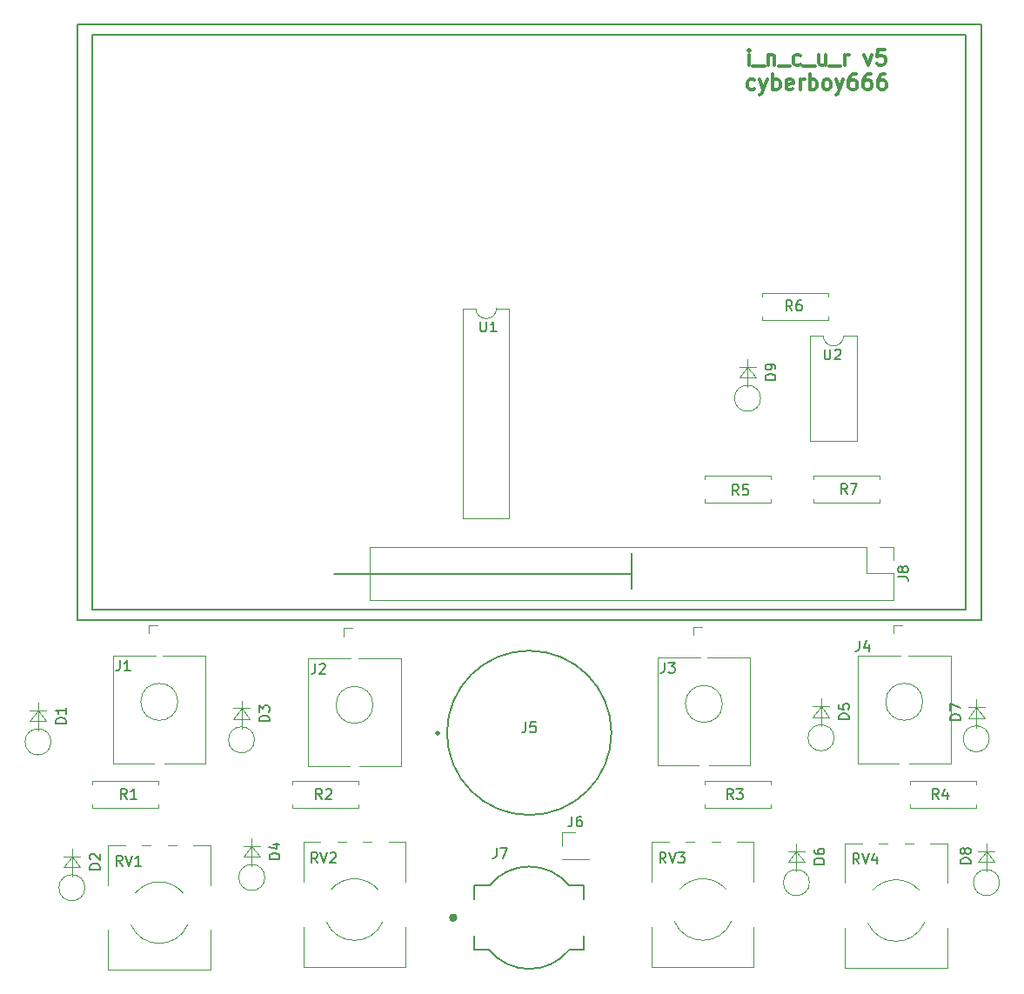
<source format=gbr>
G04 #@! TF.GenerationSoftware,KiCad,Pcbnew,6.0.7*
G04 #@! TF.CreationDate,2022-10-27T17:53:38+13:00*
G04 #@! TF.ProjectId,i_n_c_u_r,695f6e5f-635f-4755-9f72-2e6b69636164,rev?*
G04 #@! TF.SameCoordinates,Original*
G04 #@! TF.FileFunction,Legend,Top*
G04 #@! TF.FilePolarity,Positive*
%FSLAX46Y46*%
G04 Gerber Fmt 4.6, Leading zero omitted, Abs format (unit mm)*
G04 Created by KiCad (PCBNEW 6.0.7) date 2022-10-27 17:53:38*
%MOMM*%
%LPD*%
G01*
G04 APERTURE LIST*
%ADD10C,0.200000*%
%ADD11C,0.300000*%
%ADD12C,0.150000*%
%ADD13C,0.120000*%
%ADD14C,0.127000*%
%ADD15C,0.400000*%
G04 APERTURE END LIST*
D10*
X76000000Y-102000000D02*
X76000000Y-46000000D01*
X77500000Y-47000000D02*
X77500000Y-103000000D01*
X130000000Y-97500000D02*
X130000000Y-101000000D01*
X162500000Y-103000000D02*
X162500000Y-47000000D01*
X164000000Y-104000000D02*
X164000000Y-102000000D01*
X162500000Y-47000000D02*
X77500000Y-47000000D01*
X164000000Y-46000000D02*
X164000000Y-102000000D01*
X130000000Y-99500000D02*
X130000000Y-97500000D01*
X76000000Y-102000000D02*
X76000000Y-104000000D01*
X76000000Y-46000000D02*
X164000000Y-46000000D01*
X77500000Y-103000000D02*
X162500000Y-103000000D01*
X76000000Y-104000000D02*
X164000000Y-104000000D01*
X130000000Y-99500000D02*
X101000000Y-99500000D01*
D11*
X141392857Y-49971071D02*
X141392857Y-48971071D01*
X141392857Y-48471071D02*
X141321428Y-48542500D01*
X141392857Y-48613928D01*
X141464285Y-48542500D01*
X141392857Y-48471071D01*
X141392857Y-48613928D01*
X141750000Y-50113928D02*
X142892857Y-50113928D01*
X143250000Y-48971071D02*
X143250000Y-49971071D01*
X143250000Y-49113928D02*
X143321428Y-49042500D01*
X143464285Y-48971071D01*
X143678571Y-48971071D01*
X143821428Y-49042500D01*
X143892857Y-49185357D01*
X143892857Y-49971071D01*
X144250000Y-50113928D02*
X145392857Y-50113928D01*
X146392857Y-49899642D02*
X146250000Y-49971071D01*
X145964285Y-49971071D01*
X145821428Y-49899642D01*
X145750000Y-49828214D01*
X145678571Y-49685357D01*
X145678571Y-49256785D01*
X145750000Y-49113928D01*
X145821428Y-49042500D01*
X145964285Y-48971071D01*
X146250000Y-48971071D01*
X146392857Y-49042500D01*
X146678571Y-50113928D02*
X147821428Y-50113928D01*
X148821428Y-48971071D02*
X148821428Y-49971071D01*
X148178571Y-48971071D02*
X148178571Y-49756785D01*
X148250000Y-49899642D01*
X148392857Y-49971071D01*
X148607142Y-49971071D01*
X148750000Y-49899642D01*
X148821428Y-49828214D01*
X149178571Y-50113928D02*
X150321428Y-50113928D01*
X150678571Y-49971071D02*
X150678571Y-48971071D01*
X150678571Y-49256785D02*
X150750000Y-49113928D01*
X150821428Y-49042500D01*
X150964285Y-48971071D01*
X151107142Y-48971071D01*
X152607142Y-48971071D02*
X152964285Y-49971071D01*
X153321428Y-48971071D01*
X154607142Y-48471071D02*
X153892857Y-48471071D01*
X153821428Y-49185357D01*
X153892857Y-49113928D01*
X154035714Y-49042500D01*
X154392857Y-49042500D01*
X154535714Y-49113928D01*
X154607142Y-49185357D01*
X154678571Y-49328214D01*
X154678571Y-49685357D01*
X154607142Y-49828214D01*
X154535714Y-49899642D01*
X154392857Y-49971071D01*
X154035714Y-49971071D01*
X153892857Y-49899642D01*
X153821428Y-49828214D01*
X141928571Y-52314642D02*
X141785714Y-52386071D01*
X141500000Y-52386071D01*
X141357142Y-52314642D01*
X141285714Y-52243214D01*
X141214285Y-52100357D01*
X141214285Y-51671785D01*
X141285714Y-51528928D01*
X141357142Y-51457500D01*
X141500000Y-51386071D01*
X141785714Y-51386071D01*
X141928571Y-51457500D01*
X142428571Y-51386071D02*
X142785714Y-52386071D01*
X143142857Y-51386071D02*
X142785714Y-52386071D01*
X142642857Y-52743214D01*
X142571428Y-52814642D01*
X142428571Y-52886071D01*
X143714285Y-52386071D02*
X143714285Y-50886071D01*
X143714285Y-51457500D02*
X143857142Y-51386071D01*
X144142857Y-51386071D01*
X144285714Y-51457500D01*
X144357142Y-51528928D01*
X144428571Y-51671785D01*
X144428571Y-52100357D01*
X144357142Y-52243214D01*
X144285714Y-52314642D01*
X144142857Y-52386071D01*
X143857142Y-52386071D01*
X143714285Y-52314642D01*
X145642857Y-52314642D02*
X145500000Y-52386071D01*
X145214285Y-52386071D01*
X145071428Y-52314642D01*
X145000000Y-52171785D01*
X145000000Y-51600357D01*
X145071428Y-51457500D01*
X145214285Y-51386071D01*
X145500000Y-51386071D01*
X145642857Y-51457500D01*
X145714285Y-51600357D01*
X145714285Y-51743214D01*
X145000000Y-51886071D01*
X146357142Y-52386071D02*
X146357142Y-51386071D01*
X146357142Y-51671785D02*
X146428571Y-51528928D01*
X146500000Y-51457500D01*
X146642857Y-51386071D01*
X146785714Y-51386071D01*
X147285714Y-52386071D02*
X147285714Y-50886071D01*
X147285714Y-51457500D02*
X147428571Y-51386071D01*
X147714285Y-51386071D01*
X147857142Y-51457500D01*
X147928571Y-51528928D01*
X148000000Y-51671785D01*
X148000000Y-52100357D01*
X147928571Y-52243214D01*
X147857142Y-52314642D01*
X147714285Y-52386071D01*
X147428571Y-52386071D01*
X147285714Y-52314642D01*
X148857142Y-52386071D02*
X148714285Y-52314642D01*
X148642857Y-52243214D01*
X148571428Y-52100357D01*
X148571428Y-51671785D01*
X148642857Y-51528928D01*
X148714285Y-51457500D01*
X148857142Y-51386071D01*
X149071428Y-51386071D01*
X149214285Y-51457500D01*
X149285714Y-51528928D01*
X149357142Y-51671785D01*
X149357142Y-52100357D01*
X149285714Y-52243214D01*
X149214285Y-52314642D01*
X149071428Y-52386071D01*
X148857142Y-52386071D01*
X149857142Y-51386071D02*
X150214285Y-52386071D01*
X150571428Y-51386071D02*
X150214285Y-52386071D01*
X150071428Y-52743214D01*
X150000000Y-52814642D01*
X149857142Y-52886071D01*
X151785714Y-50886071D02*
X151500000Y-50886071D01*
X151357142Y-50957500D01*
X151285714Y-51028928D01*
X151142857Y-51243214D01*
X151071428Y-51528928D01*
X151071428Y-52100357D01*
X151142857Y-52243214D01*
X151214285Y-52314642D01*
X151357142Y-52386071D01*
X151642857Y-52386071D01*
X151785714Y-52314642D01*
X151857142Y-52243214D01*
X151928571Y-52100357D01*
X151928571Y-51743214D01*
X151857142Y-51600357D01*
X151785714Y-51528928D01*
X151642857Y-51457500D01*
X151357142Y-51457500D01*
X151214285Y-51528928D01*
X151142857Y-51600357D01*
X151071428Y-51743214D01*
X153214285Y-50886071D02*
X152928571Y-50886071D01*
X152785714Y-50957500D01*
X152714285Y-51028928D01*
X152571428Y-51243214D01*
X152500000Y-51528928D01*
X152500000Y-52100357D01*
X152571428Y-52243214D01*
X152642857Y-52314642D01*
X152785714Y-52386071D01*
X153071428Y-52386071D01*
X153214285Y-52314642D01*
X153285714Y-52243214D01*
X153357142Y-52100357D01*
X153357142Y-51743214D01*
X153285714Y-51600357D01*
X153214285Y-51528928D01*
X153071428Y-51457500D01*
X152785714Y-51457500D01*
X152642857Y-51528928D01*
X152571428Y-51600357D01*
X152500000Y-51743214D01*
X154642857Y-50886071D02*
X154357142Y-50886071D01*
X154214285Y-50957500D01*
X154142857Y-51028928D01*
X154000000Y-51243214D01*
X153928571Y-51528928D01*
X153928571Y-52100357D01*
X154000000Y-52243214D01*
X154071428Y-52314642D01*
X154214285Y-52386071D01*
X154500000Y-52386071D01*
X154642857Y-52314642D01*
X154714285Y-52243214D01*
X154785714Y-52100357D01*
X154785714Y-51743214D01*
X154714285Y-51600357D01*
X154642857Y-51528928D01*
X154500000Y-51457500D01*
X154214285Y-51457500D01*
X154071428Y-51528928D01*
X154000000Y-51600357D01*
X153928571Y-51743214D01*
D12*
X74918751Y-114078095D02*
X73918751Y-114078095D01*
X73918751Y-113840000D01*
X73966371Y-113697142D01*
X74061609Y-113601904D01*
X74156847Y-113554285D01*
X74347323Y-113506666D01*
X74490180Y-113506666D01*
X74680656Y-113554285D01*
X74775894Y-113601904D01*
X74871132Y-113697142D01*
X74918751Y-113840000D01*
X74918751Y-114078095D01*
X74918751Y-112554285D02*
X74918751Y-113125714D01*
X74918751Y-112840000D02*
X73918751Y-112840000D01*
X74061609Y-112935238D01*
X74156847Y-113030476D01*
X74204466Y-113125714D01*
X78218751Y-128278095D02*
X77218751Y-128278095D01*
X77218751Y-128040000D01*
X77266371Y-127897142D01*
X77361609Y-127801904D01*
X77456847Y-127754285D01*
X77647323Y-127706666D01*
X77790180Y-127706666D01*
X77980656Y-127754285D01*
X78075894Y-127801904D01*
X78171132Y-127897142D01*
X78218751Y-128040000D01*
X78218751Y-128278095D01*
X77313990Y-127325714D02*
X77266371Y-127278095D01*
X77218751Y-127182857D01*
X77218751Y-126944761D01*
X77266371Y-126849523D01*
X77313990Y-126801904D01*
X77409228Y-126754285D01*
X77504466Y-126754285D01*
X77647323Y-126801904D01*
X78218751Y-127373333D01*
X78218751Y-126754285D01*
X94718751Y-113878095D02*
X93718751Y-113878095D01*
X93718751Y-113640000D01*
X93766371Y-113497142D01*
X93861609Y-113401904D01*
X93956847Y-113354285D01*
X94147323Y-113306666D01*
X94290180Y-113306666D01*
X94480656Y-113354285D01*
X94575894Y-113401904D01*
X94671132Y-113497142D01*
X94718751Y-113640000D01*
X94718751Y-113878095D01*
X93718751Y-112973333D02*
X93718751Y-112354285D01*
X94099704Y-112687619D01*
X94099704Y-112544761D01*
X94147323Y-112449523D01*
X94194942Y-112401904D01*
X94290180Y-112354285D01*
X94528275Y-112354285D01*
X94623513Y-112401904D01*
X94671132Y-112449523D01*
X94718751Y-112544761D01*
X94718751Y-112830476D01*
X94671132Y-112925714D01*
X94623513Y-112973333D01*
X95718751Y-127278095D02*
X94718751Y-127278095D01*
X94718751Y-127040000D01*
X94766371Y-126897142D01*
X94861609Y-126801904D01*
X94956847Y-126754285D01*
X95147323Y-126706666D01*
X95290180Y-126706666D01*
X95480656Y-126754285D01*
X95575894Y-126801904D01*
X95671132Y-126897142D01*
X95718751Y-127040000D01*
X95718751Y-127278095D01*
X95052085Y-125849523D02*
X95718751Y-125849523D01*
X94671132Y-126087619D02*
X95385418Y-126325714D01*
X95385418Y-125706666D01*
X151118751Y-113678095D02*
X150118751Y-113678095D01*
X150118751Y-113440000D01*
X150166371Y-113297142D01*
X150261609Y-113201904D01*
X150356847Y-113154285D01*
X150547323Y-113106666D01*
X150690180Y-113106666D01*
X150880656Y-113154285D01*
X150975894Y-113201904D01*
X151071132Y-113297142D01*
X151118751Y-113440000D01*
X151118751Y-113678095D01*
X150118751Y-112201904D02*
X150118751Y-112678095D01*
X150594942Y-112725714D01*
X150547323Y-112678095D01*
X150499704Y-112582857D01*
X150499704Y-112344761D01*
X150547323Y-112249523D01*
X150594942Y-112201904D01*
X150690180Y-112154285D01*
X150928275Y-112154285D01*
X151023513Y-112201904D01*
X151071132Y-112249523D01*
X151118751Y-112344761D01*
X151118751Y-112582857D01*
X151071132Y-112678095D01*
X151023513Y-112725714D01*
X148718751Y-127778095D02*
X147718751Y-127778095D01*
X147718751Y-127540000D01*
X147766371Y-127397142D01*
X147861609Y-127301904D01*
X147956847Y-127254285D01*
X148147323Y-127206666D01*
X148290180Y-127206666D01*
X148480656Y-127254285D01*
X148575894Y-127301904D01*
X148671132Y-127397142D01*
X148718751Y-127540000D01*
X148718751Y-127778095D01*
X147718751Y-126349523D02*
X147718751Y-126540000D01*
X147766371Y-126635238D01*
X147813990Y-126682857D01*
X147956847Y-126778095D01*
X148147323Y-126825714D01*
X148528275Y-126825714D01*
X148623513Y-126778095D01*
X148671132Y-126730476D01*
X148718751Y-126635238D01*
X148718751Y-126444761D01*
X148671132Y-126349523D01*
X148623513Y-126301904D01*
X148528275Y-126254285D01*
X148290180Y-126254285D01*
X148194942Y-126301904D01*
X148147323Y-126349523D01*
X148099704Y-126444761D01*
X148099704Y-126635238D01*
X148147323Y-126730476D01*
X148194942Y-126778095D01*
X148290180Y-126825714D01*
X161952380Y-113738095D02*
X160952380Y-113738095D01*
X160952380Y-113500000D01*
X161000000Y-113357142D01*
X161095238Y-113261904D01*
X161190476Y-113214285D01*
X161380952Y-113166666D01*
X161523809Y-113166666D01*
X161714285Y-113214285D01*
X161809523Y-113261904D01*
X161904761Y-113357142D01*
X161952380Y-113500000D01*
X161952380Y-113738095D01*
X160952380Y-112833333D02*
X160952380Y-112166666D01*
X161952380Y-112595238D01*
X162952380Y-127738095D02*
X161952380Y-127738095D01*
X161952380Y-127500000D01*
X162000000Y-127357142D01*
X162095238Y-127261904D01*
X162190476Y-127214285D01*
X162380952Y-127166666D01*
X162523809Y-127166666D01*
X162714285Y-127214285D01*
X162809523Y-127261904D01*
X162904761Y-127357142D01*
X162952380Y-127500000D01*
X162952380Y-127738095D01*
X162380952Y-126595238D02*
X162333333Y-126690476D01*
X162285714Y-126738095D01*
X162190476Y-126785714D01*
X162142857Y-126785714D01*
X162047619Y-126738095D01*
X162000000Y-126690476D01*
X161952380Y-126595238D01*
X161952380Y-126404761D01*
X162000000Y-126309523D01*
X162047619Y-126261904D01*
X162142857Y-126214285D01*
X162190476Y-126214285D01*
X162285714Y-126261904D01*
X162333333Y-126309523D01*
X162380952Y-126404761D01*
X162380952Y-126595238D01*
X162428571Y-126690476D01*
X162476190Y-126738095D01*
X162571428Y-126785714D01*
X162761904Y-126785714D01*
X162857142Y-126738095D01*
X162904761Y-126690476D01*
X162952380Y-126595238D01*
X162952380Y-126404761D01*
X162904761Y-126309523D01*
X162857142Y-126261904D01*
X162761904Y-126214285D01*
X162571428Y-126214285D01*
X162476190Y-126261904D01*
X162428571Y-126309523D01*
X162380952Y-126404761D01*
X143968751Y-80628095D02*
X142968751Y-80628095D01*
X142968751Y-80390000D01*
X143016371Y-80247142D01*
X143111609Y-80151904D01*
X143206847Y-80104285D01*
X143397323Y-80056666D01*
X143540180Y-80056666D01*
X143730656Y-80104285D01*
X143825894Y-80151904D01*
X143921132Y-80247142D01*
X143968751Y-80390000D01*
X143968751Y-80628095D01*
X143968751Y-79580476D02*
X143968751Y-79390000D01*
X143921132Y-79294761D01*
X143873513Y-79247142D01*
X143730656Y-79151904D01*
X143540180Y-79104285D01*
X143159228Y-79104285D01*
X143063990Y-79151904D01*
X143016371Y-79199523D01*
X142968751Y-79294761D01*
X142968751Y-79485238D01*
X143016371Y-79580476D01*
X143063990Y-79628095D01*
X143159228Y-79675714D01*
X143397323Y-79675714D01*
X143492561Y-79628095D01*
X143540180Y-79580476D01*
X143587799Y-79485238D01*
X143587799Y-79294761D01*
X143540180Y-79199523D01*
X143492561Y-79151904D01*
X143397323Y-79104285D01*
X80166666Y-107952380D02*
X80166666Y-108666666D01*
X80119047Y-108809523D01*
X80023809Y-108904761D01*
X79880952Y-108952380D01*
X79785714Y-108952380D01*
X81166666Y-108952380D02*
X80595238Y-108952380D01*
X80880952Y-108952380D02*
X80880952Y-107952380D01*
X80785714Y-108095238D01*
X80690476Y-108190476D01*
X80595238Y-108238095D01*
X99166666Y-108252380D02*
X99166666Y-108966666D01*
X99119047Y-109109523D01*
X99023809Y-109204761D01*
X98880952Y-109252380D01*
X98785714Y-109252380D01*
X99595238Y-108347619D02*
X99642857Y-108300000D01*
X99738095Y-108252380D01*
X99976190Y-108252380D01*
X100071428Y-108300000D01*
X100119047Y-108347619D01*
X100166666Y-108442857D01*
X100166666Y-108538095D01*
X100119047Y-108680952D01*
X99547619Y-109252380D01*
X100166666Y-109252380D01*
X133166666Y-108152380D02*
X133166666Y-108866666D01*
X133119047Y-109009523D01*
X133023809Y-109104761D01*
X132880952Y-109152380D01*
X132785714Y-109152380D01*
X133547619Y-108152380D02*
X134166666Y-108152380D01*
X133833333Y-108533333D01*
X133976190Y-108533333D01*
X134071428Y-108580952D01*
X134119047Y-108628571D01*
X134166666Y-108723809D01*
X134166666Y-108961904D01*
X134119047Y-109057142D01*
X134071428Y-109104761D01*
X133976190Y-109152380D01*
X133690476Y-109152380D01*
X133595238Y-109104761D01*
X133547619Y-109057142D01*
X124166666Y-123122380D02*
X124166666Y-123836666D01*
X124119047Y-123979523D01*
X124023809Y-124074761D01*
X123880952Y-124122380D01*
X123785714Y-124122380D01*
X125071428Y-123122380D02*
X124880952Y-123122380D01*
X124785714Y-123170000D01*
X124738095Y-123217619D01*
X124642857Y-123360476D01*
X124595238Y-123550952D01*
X124595238Y-123931904D01*
X124642857Y-124027142D01*
X124690476Y-124074761D01*
X124785714Y-124122380D01*
X124976190Y-124122380D01*
X125071428Y-124074761D01*
X125119047Y-124027142D01*
X125166666Y-123931904D01*
X125166666Y-123693809D01*
X125119047Y-123598571D01*
X125071428Y-123550952D01*
X124976190Y-123503333D01*
X124785714Y-123503333D01*
X124690476Y-123550952D01*
X124642857Y-123598571D01*
X124595238Y-123693809D01*
X80833333Y-121452380D02*
X80500000Y-120976190D01*
X80261904Y-121452380D02*
X80261904Y-120452380D01*
X80642857Y-120452380D01*
X80738095Y-120500000D01*
X80785714Y-120547619D01*
X80833333Y-120642857D01*
X80833333Y-120785714D01*
X80785714Y-120880952D01*
X80738095Y-120928571D01*
X80642857Y-120976190D01*
X80261904Y-120976190D01*
X81785714Y-121452380D02*
X81214285Y-121452380D01*
X81500000Y-121452380D02*
X81500000Y-120452380D01*
X81404761Y-120595238D01*
X81309523Y-120690476D01*
X81214285Y-120738095D01*
X99833333Y-121452380D02*
X99500000Y-120976190D01*
X99261904Y-121452380D02*
X99261904Y-120452380D01*
X99642857Y-120452380D01*
X99738095Y-120500000D01*
X99785714Y-120547619D01*
X99833333Y-120642857D01*
X99833333Y-120785714D01*
X99785714Y-120880952D01*
X99738095Y-120928571D01*
X99642857Y-120976190D01*
X99261904Y-120976190D01*
X100214285Y-120547619D02*
X100261904Y-120500000D01*
X100357142Y-120452380D01*
X100595238Y-120452380D01*
X100690476Y-120500000D01*
X100738095Y-120547619D01*
X100785714Y-120642857D01*
X100785714Y-120738095D01*
X100738095Y-120880952D01*
X100166666Y-121452380D01*
X100785714Y-121452380D01*
X139833333Y-121452380D02*
X139500000Y-120976190D01*
X139261904Y-121452380D02*
X139261904Y-120452380D01*
X139642857Y-120452380D01*
X139738095Y-120500000D01*
X139785714Y-120547619D01*
X139833333Y-120642857D01*
X139833333Y-120785714D01*
X139785714Y-120880952D01*
X139738095Y-120928571D01*
X139642857Y-120976190D01*
X139261904Y-120976190D01*
X140166666Y-120452380D02*
X140785714Y-120452380D01*
X140452380Y-120833333D01*
X140595238Y-120833333D01*
X140690476Y-120880952D01*
X140738095Y-120928571D01*
X140785714Y-121023809D01*
X140785714Y-121261904D01*
X140738095Y-121357142D01*
X140690476Y-121404761D01*
X140595238Y-121452380D01*
X140309523Y-121452380D01*
X140214285Y-121404761D01*
X140166666Y-121357142D01*
X159833333Y-121452380D02*
X159500000Y-120976190D01*
X159261904Y-121452380D02*
X159261904Y-120452380D01*
X159642857Y-120452380D01*
X159738095Y-120500000D01*
X159785714Y-120547619D01*
X159833333Y-120642857D01*
X159833333Y-120785714D01*
X159785714Y-120880952D01*
X159738095Y-120928571D01*
X159642857Y-120976190D01*
X159261904Y-120976190D01*
X160690476Y-120785714D02*
X160690476Y-121452380D01*
X160452380Y-120404761D02*
X160214285Y-121119047D01*
X160833333Y-121119047D01*
X140383333Y-91852380D02*
X140050000Y-91376190D01*
X139811904Y-91852380D02*
X139811904Y-90852380D01*
X140192857Y-90852380D01*
X140288095Y-90900000D01*
X140335714Y-90947619D01*
X140383333Y-91042857D01*
X140383333Y-91185714D01*
X140335714Y-91280952D01*
X140288095Y-91328571D01*
X140192857Y-91376190D01*
X139811904Y-91376190D01*
X141288095Y-90852380D02*
X140811904Y-90852380D01*
X140764285Y-91328571D01*
X140811904Y-91280952D01*
X140907142Y-91233333D01*
X141145238Y-91233333D01*
X141240476Y-91280952D01*
X141288095Y-91328571D01*
X141335714Y-91423809D01*
X141335714Y-91661904D01*
X141288095Y-91757142D01*
X141240476Y-91804761D01*
X141145238Y-91852380D01*
X140907142Y-91852380D01*
X140811904Y-91804761D01*
X140764285Y-91757142D01*
X145583333Y-73902380D02*
X145250000Y-73426190D01*
X145011904Y-73902380D02*
X145011904Y-72902380D01*
X145392857Y-72902380D01*
X145488095Y-72950000D01*
X145535714Y-72997619D01*
X145583333Y-73092857D01*
X145583333Y-73235714D01*
X145535714Y-73330952D01*
X145488095Y-73378571D01*
X145392857Y-73426190D01*
X145011904Y-73426190D01*
X146440476Y-72902380D02*
X146250000Y-72902380D01*
X146154761Y-72950000D01*
X146107142Y-72997619D01*
X146011904Y-73140476D01*
X145964285Y-73330952D01*
X145964285Y-73711904D01*
X146011904Y-73807142D01*
X146059523Y-73854761D01*
X146154761Y-73902380D01*
X146345238Y-73902380D01*
X146440476Y-73854761D01*
X146488095Y-73807142D01*
X146535714Y-73711904D01*
X146535714Y-73473809D01*
X146488095Y-73378571D01*
X146440476Y-73330952D01*
X146345238Y-73283333D01*
X146154761Y-73283333D01*
X146059523Y-73330952D01*
X146011904Y-73378571D01*
X145964285Y-73473809D01*
X150933333Y-91752380D02*
X150600000Y-91276190D01*
X150361904Y-91752380D02*
X150361904Y-90752380D01*
X150742857Y-90752380D01*
X150838095Y-90800000D01*
X150885714Y-90847619D01*
X150933333Y-90942857D01*
X150933333Y-91085714D01*
X150885714Y-91180952D01*
X150838095Y-91228571D01*
X150742857Y-91276190D01*
X150361904Y-91276190D01*
X151266666Y-90752380D02*
X151933333Y-90752380D01*
X151504761Y-91752380D01*
X115238095Y-74952380D02*
X115238095Y-75761904D01*
X115285714Y-75857142D01*
X115333333Y-75904761D01*
X115428571Y-75952380D01*
X115619047Y-75952380D01*
X115714285Y-75904761D01*
X115761904Y-75857142D01*
X115809523Y-75761904D01*
X115809523Y-74952380D01*
X116809523Y-75952380D02*
X116238095Y-75952380D01*
X116523809Y-75952380D02*
X116523809Y-74952380D01*
X116428571Y-75095238D01*
X116333333Y-75190476D01*
X116238095Y-75238095D01*
X148738095Y-77652380D02*
X148738095Y-78461904D01*
X148785714Y-78557142D01*
X148833333Y-78604761D01*
X148928571Y-78652380D01*
X149119047Y-78652380D01*
X149214285Y-78604761D01*
X149261904Y-78557142D01*
X149309523Y-78461904D01*
X149309523Y-77652380D01*
X149738095Y-77747619D02*
X149785714Y-77700000D01*
X149880952Y-77652380D01*
X150119047Y-77652380D01*
X150214285Y-77700000D01*
X150261904Y-77747619D01*
X150309523Y-77842857D01*
X150309523Y-77938095D01*
X150261904Y-78080952D01*
X149690476Y-78652380D01*
X150309523Y-78652380D01*
X152136666Y-106032380D02*
X152136666Y-106746666D01*
X152089047Y-106889523D01*
X151993809Y-106984761D01*
X151850952Y-107032380D01*
X151755714Y-107032380D01*
X153041428Y-106365714D02*
X153041428Y-107032380D01*
X152803333Y-105984761D02*
X152565238Y-106699047D01*
X153184285Y-106699047D01*
X119664180Y-113948295D02*
X119664180Y-114667910D01*
X119616205Y-114811832D01*
X119520257Y-114907781D01*
X119376334Y-114955755D01*
X119280385Y-114955755D01*
X120623665Y-113948295D02*
X120143922Y-113948295D01*
X120095948Y-114428038D01*
X120143922Y-114380064D01*
X120239871Y-114332090D01*
X120479742Y-114332090D01*
X120575691Y-114380064D01*
X120623665Y-114428038D01*
X120671640Y-114523987D01*
X120671640Y-114763858D01*
X120623665Y-114859807D01*
X120575691Y-114907781D01*
X120479742Y-114955755D01*
X120239871Y-114955755D01*
X120143922Y-114907781D01*
X120095948Y-114859807D01*
X116822150Y-126207717D02*
X116822150Y-126923025D01*
X116774462Y-127066086D01*
X116679088Y-127161460D01*
X116536027Y-127209147D01*
X116440652Y-127209147D01*
X117203647Y-126207717D02*
X117871267Y-126207717D01*
X117442082Y-127209147D01*
X155882380Y-99803333D02*
X156596666Y-99803333D01*
X156739523Y-99850952D01*
X156834761Y-99946190D01*
X156882380Y-100089047D01*
X156882380Y-100184285D01*
X156310952Y-99184285D02*
X156263333Y-99279523D01*
X156215714Y-99327142D01*
X156120476Y-99374761D01*
X156072857Y-99374761D01*
X155977619Y-99327142D01*
X155930000Y-99279523D01*
X155882380Y-99184285D01*
X155882380Y-98993809D01*
X155930000Y-98898571D01*
X155977619Y-98850952D01*
X156072857Y-98803333D01*
X156120476Y-98803333D01*
X156215714Y-98850952D01*
X156263333Y-98898571D01*
X156310952Y-98993809D01*
X156310952Y-99184285D01*
X156358571Y-99279523D01*
X156406190Y-99327142D01*
X156501428Y-99374761D01*
X156691904Y-99374761D01*
X156787142Y-99327142D01*
X156834761Y-99279523D01*
X156882380Y-99184285D01*
X156882380Y-98993809D01*
X156834761Y-98898571D01*
X156787142Y-98850952D01*
X156691904Y-98803333D01*
X156501428Y-98803333D01*
X156406190Y-98850952D01*
X156358571Y-98898571D01*
X156310952Y-98993809D01*
X80404761Y-127952380D02*
X80071428Y-127476190D01*
X79833333Y-127952380D02*
X79833333Y-126952380D01*
X80214285Y-126952380D01*
X80309523Y-127000000D01*
X80357142Y-127047619D01*
X80404761Y-127142857D01*
X80404761Y-127285714D01*
X80357142Y-127380952D01*
X80309523Y-127428571D01*
X80214285Y-127476190D01*
X79833333Y-127476190D01*
X80690476Y-126952380D02*
X81023809Y-127952380D01*
X81357142Y-126952380D01*
X82214285Y-127952380D02*
X81642857Y-127952380D01*
X81928571Y-127952380D02*
X81928571Y-126952380D01*
X81833333Y-127095238D01*
X81738095Y-127190476D01*
X81642857Y-127238095D01*
X99404761Y-127652380D02*
X99071428Y-127176190D01*
X98833333Y-127652380D02*
X98833333Y-126652380D01*
X99214285Y-126652380D01*
X99309523Y-126700000D01*
X99357142Y-126747619D01*
X99404761Y-126842857D01*
X99404761Y-126985714D01*
X99357142Y-127080952D01*
X99309523Y-127128571D01*
X99214285Y-127176190D01*
X98833333Y-127176190D01*
X99690476Y-126652380D02*
X100023809Y-127652380D01*
X100357142Y-126652380D01*
X100642857Y-126747619D02*
X100690476Y-126700000D01*
X100785714Y-126652380D01*
X101023809Y-126652380D01*
X101119047Y-126700000D01*
X101166666Y-126747619D01*
X101214285Y-126842857D01*
X101214285Y-126938095D01*
X101166666Y-127080952D01*
X100595238Y-127652380D01*
X101214285Y-127652380D01*
X133304761Y-127652380D02*
X132971428Y-127176190D01*
X132733333Y-127652380D02*
X132733333Y-126652380D01*
X133114285Y-126652380D01*
X133209523Y-126700000D01*
X133257142Y-126747619D01*
X133304761Y-126842857D01*
X133304761Y-126985714D01*
X133257142Y-127080952D01*
X133209523Y-127128571D01*
X133114285Y-127176190D01*
X132733333Y-127176190D01*
X133590476Y-126652380D02*
X133923809Y-127652380D01*
X134257142Y-126652380D01*
X134495238Y-126652380D02*
X135114285Y-126652380D01*
X134780952Y-127033333D01*
X134923809Y-127033333D01*
X135019047Y-127080952D01*
X135066666Y-127128571D01*
X135114285Y-127223809D01*
X135114285Y-127461904D01*
X135066666Y-127557142D01*
X135019047Y-127604761D01*
X134923809Y-127652380D01*
X134638095Y-127652380D01*
X134542857Y-127604761D01*
X134495238Y-127557142D01*
X152104761Y-127752380D02*
X151771428Y-127276190D01*
X151533333Y-127752380D02*
X151533333Y-126752380D01*
X151914285Y-126752380D01*
X152009523Y-126800000D01*
X152057142Y-126847619D01*
X152104761Y-126942857D01*
X152104761Y-127085714D01*
X152057142Y-127180952D01*
X152009523Y-127228571D01*
X151914285Y-127276190D01*
X151533333Y-127276190D01*
X152390476Y-126752380D02*
X152723809Y-127752380D01*
X153057142Y-126752380D01*
X153819047Y-127085714D02*
X153819047Y-127752380D01*
X153580952Y-126704761D02*
X153342857Y-127419047D01*
X153961904Y-127419047D01*
D13*
X72200000Y-112066371D02*
X72200000Y-114780000D01*
X71400000Y-113873333D02*
X72200000Y-112806667D01*
X72200000Y-112806667D02*
X73000000Y-113873333D01*
X73000000Y-112806667D02*
X71400000Y-112806667D01*
X73000000Y-113873333D02*
X71400000Y-113873333D01*
X73466371Y-115880000D02*
G75*
G03*
X73466371Y-115880000I-1266371J0D01*
G01*
X76300000Y-128073333D02*
X74700000Y-128073333D01*
X74700000Y-128073333D02*
X75500000Y-127006667D01*
X76300000Y-127006667D02*
X74700000Y-127006667D01*
X75500000Y-126266371D02*
X75500000Y-128980000D01*
X75500000Y-127006667D02*
X76300000Y-128073333D01*
X76766371Y-130080000D02*
G75*
G03*
X76766371Y-130080000I-1266371J0D01*
G01*
X91200000Y-113673333D02*
X92000000Y-112606667D01*
X92000000Y-111866371D02*
X92000000Y-114580000D01*
X92800000Y-112606667D02*
X91200000Y-112606667D01*
X92800000Y-113673333D02*
X91200000Y-113673333D01*
X92000000Y-112606667D02*
X92800000Y-113673333D01*
X93266371Y-115680000D02*
G75*
G03*
X93266371Y-115680000I-1266371J0D01*
G01*
X92200000Y-127073333D02*
X93000000Y-126006667D01*
X93800000Y-126006667D02*
X92200000Y-126006667D01*
X93000000Y-125266371D02*
X93000000Y-127980000D01*
X93800000Y-127073333D02*
X92200000Y-127073333D01*
X93000000Y-126006667D02*
X93800000Y-127073333D01*
X94266371Y-129080000D02*
G75*
G03*
X94266371Y-129080000I-1266371J0D01*
G01*
X149200000Y-113473333D02*
X147600000Y-113473333D01*
X147600000Y-113473333D02*
X148400000Y-112406667D01*
X148400000Y-111666371D02*
X148400000Y-114380000D01*
X148400000Y-112406667D02*
X149200000Y-113473333D01*
X149200000Y-112406667D02*
X147600000Y-112406667D01*
X149666371Y-115480000D02*
G75*
G03*
X149666371Y-115480000I-1266371J0D01*
G01*
X146000000Y-126506667D02*
X146800000Y-127573333D01*
X145200000Y-127573333D02*
X146000000Y-126506667D01*
X146000000Y-125766371D02*
X146000000Y-128480000D01*
X146800000Y-127573333D02*
X145200000Y-127573333D01*
X146800000Y-126506667D02*
X145200000Y-126506667D01*
X147266371Y-129580000D02*
G75*
G03*
X147266371Y-129580000I-1266371J0D01*
G01*
X163500000Y-112506667D02*
X164300000Y-113573333D01*
X164300000Y-112506667D02*
X162700000Y-112506667D01*
X163500000Y-111766371D02*
X163500000Y-114480000D01*
X162700000Y-113573333D02*
X163500000Y-112506667D01*
X164300000Y-113573333D02*
X162700000Y-113573333D01*
X164766371Y-115580000D02*
G75*
G03*
X164766371Y-115580000I-1266371J0D01*
G01*
X164500000Y-126506667D02*
X165300000Y-127573333D01*
X163700000Y-127573333D02*
X164500000Y-126506667D01*
X165300000Y-127573333D02*
X163700000Y-127573333D01*
X165300000Y-126506667D02*
X163700000Y-126506667D01*
X164500000Y-125766371D02*
X164500000Y-128480000D01*
X165766371Y-129580000D02*
G75*
G03*
X165766371Y-129580000I-1266371J0D01*
G01*
X142050000Y-80423333D02*
X140450000Y-80423333D01*
X141250000Y-79356667D02*
X142050000Y-80423333D01*
X141250000Y-78616371D02*
X141250000Y-81330000D01*
X140450000Y-80423333D02*
X141250000Y-79356667D01*
X142050000Y-79356667D02*
X140450000Y-79356667D01*
X142516371Y-82430000D02*
G75*
G03*
X142516371Y-82430000I-1266371J0D01*
G01*
X88500000Y-107480000D02*
X84350000Y-107480000D01*
X88500000Y-117980000D02*
X84500000Y-117980000D01*
X79500000Y-107480000D02*
X79500000Y-117980000D01*
X83500000Y-117980000D02*
X79500000Y-117980000D01*
X82940000Y-104500000D02*
X83800000Y-104500000D01*
X83650000Y-107480000D02*
X79500000Y-107480000D01*
X82940000Y-104500000D02*
X82940000Y-105300000D01*
X88500000Y-107480000D02*
X88500000Y-117980000D01*
X85800000Y-111980000D02*
G75*
G03*
X85800000Y-111980000I-1800000J0D01*
G01*
X107500000Y-118280000D02*
X103500000Y-118280000D01*
X101940000Y-104800000D02*
X101940000Y-105600000D01*
X107500000Y-107780000D02*
X107500000Y-118280000D01*
X107500000Y-107780000D02*
X103350000Y-107780000D01*
X102650000Y-107780000D02*
X98500000Y-107780000D01*
X98500000Y-107780000D02*
X98500000Y-118280000D01*
X101940000Y-104800000D02*
X102800000Y-104800000D01*
X102500000Y-118280000D02*
X98500000Y-118280000D01*
X104800000Y-112280000D02*
G75*
G03*
X104800000Y-112280000I-1800000J0D01*
G01*
X136500000Y-118180000D02*
X132500000Y-118180000D01*
X135940000Y-104700000D02*
X135940000Y-105500000D01*
X136650000Y-107680000D02*
X132500000Y-107680000D01*
X141500000Y-118180000D02*
X137500000Y-118180000D01*
X135940000Y-104700000D02*
X136800000Y-104700000D01*
X132500000Y-107680000D02*
X132500000Y-118180000D01*
X141500000Y-107680000D02*
X137350000Y-107680000D01*
X141500000Y-107680000D02*
X141500000Y-118180000D01*
X138800000Y-112180000D02*
G75*
G03*
X138800000Y-112180000I-1800000J0D01*
G01*
X123170000Y-127330000D02*
X125830000Y-127330000D01*
X123170000Y-127270000D02*
X125830000Y-127270000D01*
X123170000Y-127270000D02*
X123170000Y-127330000D01*
X123170000Y-124670000D02*
X124500000Y-124670000D01*
X125830000Y-127270000D02*
X125830000Y-127330000D01*
X123170000Y-126000000D02*
X123170000Y-124670000D01*
X83900000Y-122310000D02*
X77480000Y-122310000D01*
X83900000Y-119690000D02*
X77480000Y-119690000D01*
X77480000Y-119690000D02*
X77480000Y-120020000D01*
X83900000Y-120020000D02*
X83900000Y-119690000D01*
X83900000Y-121980000D02*
X83900000Y-122310000D01*
X77480000Y-122310000D02*
X77480000Y-121980000D01*
X96980000Y-119690000D02*
X96980000Y-120020000D01*
X103400000Y-120020000D02*
X103400000Y-119690000D01*
X96980000Y-122310000D02*
X96980000Y-121980000D01*
X103400000Y-121980000D02*
X103400000Y-122310000D01*
X103400000Y-122310000D02*
X96980000Y-122310000D01*
X103400000Y-119690000D02*
X96980000Y-119690000D01*
X137100000Y-119690000D02*
X143520000Y-119690000D01*
X143520000Y-122310000D02*
X143520000Y-121980000D01*
X137100000Y-120020000D02*
X137100000Y-119690000D01*
X137100000Y-121980000D02*
X137100000Y-122310000D01*
X143520000Y-119690000D02*
X143520000Y-120020000D01*
X137100000Y-122310000D02*
X143520000Y-122310000D01*
X157100000Y-122310000D02*
X163520000Y-122310000D01*
X157100000Y-119690000D02*
X163520000Y-119690000D01*
X163520000Y-119690000D02*
X163520000Y-120020000D01*
X157100000Y-121980000D02*
X157100000Y-122310000D01*
X157100000Y-120020000D02*
X157100000Y-119690000D01*
X163520000Y-122310000D02*
X163520000Y-121980000D01*
X137080000Y-89990000D02*
X137080000Y-90320000D01*
X143500000Y-89990000D02*
X137080000Y-89990000D01*
X137080000Y-92610000D02*
X137080000Y-92280000D01*
X143500000Y-92610000D02*
X137080000Y-92610000D01*
X143500000Y-90320000D02*
X143500000Y-89990000D01*
X143500000Y-92280000D02*
X143500000Y-92610000D01*
X142700000Y-74810000D02*
X149120000Y-74810000D01*
X142700000Y-72520000D02*
X142700000Y-72190000D01*
X142700000Y-72190000D02*
X149120000Y-72190000D01*
X149120000Y-72190000D02*
X149120000Y-72520000D01*
X149120000Y-74810000D02*
X149120000Y-74480000D01*
X142700000Y-74480000D02*
X142700000Y-74810000D01*
X147700000Y-90320000D02*
X147700000Y-89990000D01*
X147700000Y-92280000D02*
X147700000Y-92610000D01*
X154120000Y-92610000D02*
X154120000Y-92280000D01*
X154120000Y-89990000D02*
X154120000Y-90320000D01*
X147700000Y-89990000D02*
X154120000Y-89990000D01*
X147700000Y-92610000D02*
X154120000Y-92610000D01*
X113560000Y-73670000D02*
X113560000Y-94110000D01*
X118060000Y-73670000D02*
X116810000Y-73670000D01*
X118060000Y-94110000D02*
X118060000Y-73670000D01*
X114810000Y-73670000D02*
X113560000Y-73670000D01*
X113560000Y-94110000D02*
X118060000Y-94110000D01*
X114810000Y-73670000D02*
G75*
G03*
X116810000Y-73670000I1000000J0D01*
G01*
X151860000Y-76320000D02*
X150610000Y-76320000D01*
X151860000Y-86600000D02*
X151860000Y-76320000D01*
X147360000Y-86600000D02*
X151860000Y-86600000D01*
X148610000Y-76320000D02*
X147360000Y-76320000D01*
X147360000Y-76320000D02*
X147360000Y-86600000D01*
X148610000Y-76320000D02*
G75*
G03*
X150610000Y-76320000I1000000J0D01*
G01*
X155440000Y-104500000D02*
X155440000Y-105300000D01*
X161000000Y-107480000D02*
X156850000Y-107480000D01*
X156150000Y-107480000D02*
X152000000Y-107480000D01*
X161000000Y-107480000D02*
X161000000Y-117980000D01*
X156000000Y-117980000D02*
X152000000Y-117980000D01*
X152000000Y-107480000D02*
X152000000Y-117980000D01*
X155440000Y-104500000D02*
X156300000Y-104500000D01*
X161000000Y-117980000D02*
X157000000Y-117980000D01*
X158300000Y-111980000D02*
G75*
G03*
X158300000Y-111980000I-1800000J0D01*
G01*
D11*
X111181000Y-115000000D02*
G75*
G03*
X111181000Y-115000000I-100000J0D01*
G01*
D14*
X128000000Y-115000000D02*
G75*
G03*
X128000000Y-115000000I-8000000J0D01*
G01*
X125350000Y-136135000D02*
X123884000Y-136135000D01*
X116116000Y-129865000D02*
X114650000Y-129865000D01*
X116116000Y-136135000D02*
X114650000Y-136135000D01*
X125350000Y-129865000D02*
X123884000Y-129865000D01*
X114650000Y-134765000D02*
X114650000Y-136135000D01*
X125350000Y-129865000D02*
X125350000Y-131235000D01*
X114650000Y-129865000D02*
X114650000Y-131235000D01*
X125350000Y-134765000D02*
X125350000Y-136135000D01*
X116116000Y-136135000D02*
G75*
G03*
X123882076Y-136137372I3884000J3148850D01*
G01*
X123884000Y-129865000D02*
G75*
G03*
X116117924Y-129862628I-3884000J-3148850D01*
G01*
D15*
X112800000Y-133000000D02*
G75*
G03*
X112800000Y-133000000I-200000J0D01*
G01*
D13*
X155430000Y-96870000D02*
X155430000Y-98200000D01*
X154100000Y-96870000D02*
X155430000Y-96870000D01*
X155430000Y-102070000D02*
X104510000Y-102070000D01*
X152830000Y-99470000D02*
X155430000Y-99470000D01*
X104510000Y-96870000D02*
X104510000Y-102070000D01*
X152830000Y-96870000D02*
X104510000Y-96870000D01*
X155430000Y-99470000D02*
X155430000Y-102070000D01*
X152830000Y-96870000D02*
X152830000Y-99470000D01*
X79040000Y-125940000D02*
X79040000Y-129806000D01*
X88961000Y-138060000D02*
X79040000Y-138060000D01*
X85675000Y-125940000D02*
X84825000Y-125940000D01*
X80675000Y-125940000D02*
X79040000Y-125940000D01*
X88961000Y-134195000D02*
X88961000Y-138060000D01*
X83175000Y-125940000D02*
X82325000Y-125940000D01*
X79040000Y-134195000D02*
X79040000Y-138060000D01*
X88961000Y-125940000D02*
X87325000Y-125940000D01*
X88961000Y-125940000D02*
X88961000Y-129806000D01*
X81238000Y-133673000D02*
G75*
G03*
X86762432Y-133671982I2762000J1173000D01*
G01*
X86298000Y-130572000D02*
G75*
G03*
X81702247Y-130571705I-2298000J-1928000D01*
G01*
X99675000Y-125640000D02*
X98040000Y-125640000D01*
X98040000Y-133895000D02*
X98040000Y-137760000D01*
X107961000Y-133895000D02*
X107961000Y-137760000D01*
X107961000Y-125640000D02*
X107961000Y-129506000D01*
X104675000Y-125640000D02*
X103825000Y-125640000D01*
X98040000Y-125640000D02*
X98040000Y-129506000D01*
X102175000Y-125640000D02*
X101325000Y-125640000D01*
X107961000Y-137760000D02*
X98040000Y-137760000D01*
X107961000Y-125640000D02*
X106325000Y-125640000D01*
X105298000Y-130272000D02*
G75*
G03*
X100702247Y-130271705I-2298000J-1928000D01*
G01*
X100238000Y-133373000D02*
G75*
G03*
X105762432Y-133371982I2762000J1173000D01*
G01*
X138575000Y-125640000D02*
X137725000Y-125640000D01*
X131940000Y-133895000D02*
X131940000Y-137760000D01*
X141861000Y-137760000D02*
X131940000Y-137760000D01*
X141861000Y-133895000D02*
X141861000Y-137760000D01*
X141861000Y-125640000D02*
X140225000Y-125640000D01*
X133575000Y-125640000D02*
X131940000Y-125640000D01*
X136075000Y-125640000D02*
X135225000Y-125640000D01*
X131940000Y-125640000D02*
X131940000Y-129506000D01*
X141861000Y-125640000D02*
X141861000Y-129506000D01*
X134138000Y-133373000D02*
G75*
G03*
X139662432Y-133371982I2762000J1173000D01*
G01*
X139198000Y-130272000D02*
G75*
G03*
X134602247Y-130271705I-2298000J-1928000D01*
G01*
X160661000Y-137860000D02*
X150740000Y-137860000D01*
X152375000Y-125740000D02*
X150740000Y-125740000D01*
X160661000Y-125740000D02*
X159025000Y-125740000D01*
X154875000Y-125740000D02*
X154025000Y-125740000D01*
X157375000Y-125740000D02*
X156525000Y-125740000D01*
X150740000Y-133995000D02*
X150740000Y-137860000D01*
X160661000Y-125740000D02*
X160661000Y-129606000D01*
X150740000Y-125740000D02*
X150740000Y-129606000D01*
X160661000Y-133995000D02*
X160661000Y-137860000D01*
X152938000Y-133473000D02*
G75*
G03*
X158462432Y-133471982I2762000J1173000D01*
G01*
X157998000Y-130372000D02*
G75*
G03*
X153402247Y-130371705I-2298000J-1928000D01*
G01*
M02*

</source>
